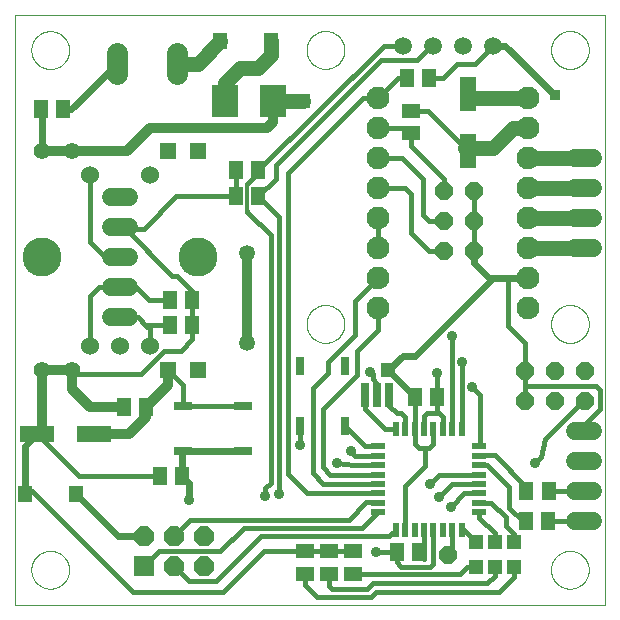
<source format=gtl>
G75*
%MOIN*%
%OFA0B0*%
%FSLAX25Y25*%
%IPPOS*%
%LPD*%
%AMOC8*
5,1,8,0,0,1.08239X$1,22.5*
%
%ADD10C,0.00000*%
%ADD11R,0.05118X0.05906*%
%ADD12R,0.11811X0.05512*%
%ADD13R,0.05512X0.11811*%
%ADD14R,0.05000X0.05787*%
%ADD15C,0.06000*%
%ADD16R,0.09000X0.11000*%
%ADD17R,0.06600X0.06600*%
%ADD18OC8,0.06600*%
%ADD19OC8,0.06000*%
%ADD20R,0.04724X0.04724*%
%ADD21C,0.07050*%
%ADD22R,0.05118X0.06299*%
%ADD23R,0.06299X0.05118*%
%ADD24R,0.03000X0.06000*%
%ADD25R,0.06000X0.03000*%
%ADD26C,0.06000*%
%ADD27C,0.13000*%
%ADD28C,0.07600*%
%ADD29R,0.05906X0.00394*%
%ADD30R,0.07087X0.00394*%
%ADD31R,0.06693X0.00394*%
%ADD32R,0.06299X0.00394*%
%ADD33R,0.05512X0.00394*%
%ADD34R,0.05118X0.00394*%
%ADD35R,0.04331X0.00394*%
%ADD36R,0.01575X0.00394*%
%ADD37R,0.08661X0.00394*%
%ADD38R,0.12992X0.00394*%
%ADD39R,0.14961X0.00394*%
%ADD40R,0.01181X0.00394*%
%ADD41R,0.13780X0.00394*%
%ADD42R,0.14173X0.00394*%
%ADD43R,0.14567X0.00394*%
%ADD44R,0.13386X0.00394*%
%ADD45R,0.12205X0.00394*%
%ADD46R,0.11417X0.00394*%
%ADD47R,0.10630X0.00394*%
%ADD48R,0.09843X0.00394*%
%ADD49R,0.09055X0.00394*%
%ADD50R,0.01969X0.00394*%
%ADD51R,0.07480X0.00394*%
%ADD52R,0.04724X0.00394*%
%ADD53R,0.05543X0.05543*%
%ADD54C,0.05543*%
%ADD55C,0.05937*%
%ADD56R,0.02200X0.05000*%
%ADD57R,0.05000X0.02200*%
%ADD58R,0.02756X0.07874*%
%ADD59C,0.01600*%
%ADD60C,0.02400*%
%ADD61R,0.03562X0.03562*%
%ADD62C,0.03200*%
%ADD63C,0.05000*%
%ADD64C,0.03562*%
%ADD65C,0.05315*%
%ADD66C,0.01200*%
D10*
X0002600Y0002600D02*
X0002600Y0199450D01*
X0199450Y0199450D01*
X0199450Y0002600D01*
X0002600Y0002600D01*
X0008112Y0014411D02*
X0008114Y0014569D01*
X0008120Y0014727D01*
X0008130Y0014885D01*
X0008144Y0015043D01*
X0008162Y0015200D01*
X0008183Y0015357D01*
X0008209Y0015513D01*
X0008239Y0015669D01*
X0008272Y0015824D01*
X0008310Y0015977D01*
X0008351Y0016130D01*
X0008396Y0016282D01*
X0008445Y0016433D01*
X0008498Y0016582D01*
X0008554Y0016730D01*
X0008614Y0016876D01*
X0008678Y0017021D01*
X0008746Y0017164D01*
X0008817Y0017306D01*
X0008891Y0017446D01*
X0008969Y0017583D01*
X0009051Y0017719D01*
X0009135Y0017853D01*
X0009224Y0017984D01*
X0009315Y0018113D01*
X0009410Y0018240D01*
X0009507Y0018365D01*
X0009608Y0018487D01*
X0009712Y0018606D01*
X0009819Y0018723D01*
X0009929Y0018837D01*
X0010042Y0018948D01*
X0010157Y0019057D01*
X0010275Y0019162D01*
X0010396Y0019264D01*
X0010519Y0019364D01*
X0010645Y0019460D01*
X0010773Y0019553D01*
X0010903Y0019643D01*
X0011036Y0019729D01*
X0011171Y0019813D01*
X0011307Y0019892D01*
X0011446Y0019969D01*
X0011587Y0020041D01*
X0011729Y0020111D01*
X0011873Y0020176D01*
X0012019Y0020238D01*
X0012166Y0020296D01*
X0012315Y0020351D01*
X0012465Y0020402D01*
X0012616Y0020449D01*
X0012768Y0020492D01*
X0012921Y0020531D01*
X0013076Y0020567D01*
X0013231Y0020598D01*
X0013387Y0020626D01*
X0013543Y0020650D01*
X0013700Y0020670D01*
X0013858Y0020686D01*
X0014015Y0020698D01*
X0014174Y0020706D01*
X0014332Y0020710D01*
X0014490Y0020710D01*
X0014648Y0020706D01*
X0014807Y0020698D01*
X0014964Y0020686D01*
X0015122Y0020670D01*
X0015279Y0020650D01*
X0015435Y0020626D01*
X0015591Y0020598D01*
X0015746Y0020567D01*
X0015901Y0020531D01*
X0016054Y0020492D01*
X0016206Y0020449D01*
X0016357Y0020402D01*
X0016507Y0020351D01*
X0016656Y0020296D01*
X0016803Y0020238D01*
X0016949Y0020176D01*
X0017093Y0020111D01*
X0017235Y0020041D01*
X0017376Y0019969D01*
X0017515Y0019892D01*
X0017651Y0019813D01*
X0017786Y0019729D01*
X0017919Y0019643D01*
X0018049Y0019553D01*
X0018177Y0019460D01*
X0018303Y0019364D01*
X0018426Y0019264D01*
X0018547Y0019162D01*
X0018665Y0019057D01*
X0018780Y0018948D01*
X0018893Y0018837D01*
X0019003Y0018723D01*
X0019110Y0018606D01*
X0019214Y0018487D01*
X0019315Y0018365D01*
X0019412Y0018240D01*
X0019507Y0018113D01*
X0019598Y0017984D01*
X0019687Y0017853D01*
X0019771Y0017719D01*
X0019853Y0017583D01*
X0019931Y0017446D01*
X0020005Y0017306D01*
X0020076Y0017164D01*
X0020144Y0017021D01*
X0020208Y0016876D01*
X0020268Y0016730D01*
X0020324Y0016582D01*
X0020377Y0016433D01*
X0020426Y0016282D01*
X0020471Y0016130D01*
X0020512Y0015977D01*
X0020550Y0015824D01*
X0020583Y0015669D01*
X0020613Y0015513D01*
X0020639Y0015357D01*
X0020660Y0015200D01*
X0020678Y0015043D01*
X0020692Y0014885D01*
X0020702Y0014727D01*
X0020708Y0014569D01*
X0020710Y0014411D01*
X0020708Y0014253D01*
X0020702Y0014095D01*
X0020692Y0013937D01*
X0020678Y0013779D01*
X0020660Y0013622D01*
X0020639Y0013465D01*
X0020613Y0013309D01*
X0020583Y0013153D01*
X0020550Y0012998D01*
X0020512Y0012845D01*
X0020471Y0012692D01*
X0020426Y0012540D01*
X0020377Y0012389D01*
X0020324Y0012240D01*
X0020268Y0012092D01*
X0020208Y0011946D01*
X0020144Y0011801D01*
X0020076Y0011658D01*
X0020005Y0011516D01*
X0019931Y0011376D01*
X0019853Y0011239D01*
X0019771Y0011103D01*
X0019687Y0010969D01*
X0019598Y0010838D01*
X0019507Y0010709D01*
X0019412Y0010582D01*
X0019315Y0010457D01*
X0019214Y0010335D01*
X0019110Y0010216D01*
X0019003Y0010099D01*
X0018893Y0009985D01*
X0018780Y0009874D01*
X0018665Y0009765D01*
X0018547Y0009660D01*
X0018426Y0009558D01*
X0018303Y0009458D01*
X0018177Y0009362D01*
X0018049Y0009269D01*
X0017919Y0009179D01*
X0017786Y0009093D01*
X0017651Y0009009D01*
X0017515Y0008930D01*
X0017376Y0008853D01*
X0017235Y0008781D01*
X0017093Y0008711D01*
X0016949Y0008646D01*
X0016803Y0008584D01*
X0016656Y0008526D01*
X0016507Y0008471D01*
X0016357Y0008420D01*
X0016206Y0008373D01*
X0016054Y0008330D01*
X0015901Y0008291D01*
X0015746Y0008255D01*
X0015591Y0008224D01*
X0015435Y0008196D01*
X0015279Y0008172D01*
X0015122Y0008152D01*
X0014964Y0008136D01*
X0014807Y0008124D01*
X0014648Y0008116D01*
X0014490Y0008112D01*
X0014332Y0008112D01*
X0014174Y0008116D01*
X0014015Y0008124D01*
X0013858Y0008136D01*
X0013700Y0008152D01*
X0013543Y0008172D01*
X0013387Y0008196D01*
X0013231Y0008224D01*
X0013076Y0008255D01*
X0012921Y0008291D01*
X0012768Y0008330D01*
X0012616Y0008373D01*
X0012465Y0008420D01*
X0012315Y0008471D01*
X0012166Y0008526D01*
X0012019Y0008584D01*
X0011873Y0008646D01*
X0011729Y0008711D01*
X0011587Y0008781D01*
X0011446Y0008853D01*
X0011307Y0008930D01*
X0011171Y0009009D01*
X0011036Y0009093D01*
X0010903Y0009179D01*
X0010773Y0009269D01*
X0010645Y0009362D01*
X0010519Y0009458D01*
X0010396Y0009558D01*
X0010275Y0009660D01*
X0010157Y0009765D01*
X0010042Y0009874D01*
X0009929Y0009985D01*
X0009819Y0010099D01*
X0009712Y0010216D01*
X0009608Y0010335D01*
X0009507Y0010457D01*
X0009410Y0010582D01*
X0009315Y0010709D01*
X0009224Y0010838D01*
X0009135Y0010969D01*
X0009051Y0011103D01*
X0008969Y0011239D01*
X0008891Y0011376D01*
X0008817Y0011516D01*
X0008746Y0011658D01*
X0008678Y0011801D01*
X0008614Y0011946D01*
X0008554Y0012092D01*
X0008498Y0012240D01*
X0008445Y0012389D01*
X0008396Y0012540D01*
X0008351Y0012692D01*
X0008310Y0012845D01*
X0008272Y0012998D01*
X0008239Y0013153D01*
X0008209Y0013309D01*
X0008183Y0013465D01*
X0008162Y0013622D01*
X0008144Y0013779D01*
X0008130Y0013937D01*
X0008120Y0014095D01*
X0008114Y0014253D01*
X0008112Y0014411D01*
X0099868Y0096356D02*
X0099870Y0096514D01*
X0099876Y0096672D01*
X0099886Y0096830D01*
X0099900Y0096988D01*
X0099918Y0097145D01*
X0099939Y0097302D01*
X0099965Y0097458D01*
X0099995Y0097614D01*
X0100028Y0097769D01*
X0100066Y0097922D01*
X0100107Y0098075D01*
X0100152Y0098227D01*
X0100201Y0098378D01*
X0100254Y0098527D01*
X0100310Y0098675D01*
X0100370Y0098821D01*
X0100434Y0098966D01*
X0100502Y0099109D01*
X0100573Y0099251D01*
X0100647Y0099391D01*
X0100725Y0099528D01*
X0100807Y0099664D01*
X0100891Y0099798D01*
X0100980Y0099929D01*
X0101071Y0100058D01*
X0101166Y0100185D01*
X0101263Y0100310D01*
X0101364Y0100432D01*
X0101468Y0100551D01*
X0101575Y0100668D01*
X0101685Y0100782D01*
X0101798Y0100893D01*
X0101913Y0101002D01*
X0102031Y0101107D01*
X0102152Y0101209D01*
X0102275Y0101309D01*
X0102401Y0101405D01*
X0102529Y0101498D01*
X0102659Y0101588D01*
X0102792Y0101674D01*
X0102927Y0101758D01*
X0103063Y0101837D01*
X0103202Y0101914D01*
X0103343Y0101986D01*
X0103485Y0102056D01*
X0103629Y0102121D01*
X0103775Y0102183D01*
X0103922Y0102241D01*
X0104071Y0102296D01*
X0104221Y0102347D01*
X0104372Y0102394D01*
X0104524Y0102437D01*
X0104677Y0102476D01*
X0104832Y0102512D01*
X0104987Y0102543D01*
X0105143Y0102571D01*
X0105299Y0102595D01*
X0105456Y0102615D01*
X0105614Y0102631D01*
X0105771Y0102643D01*
X0105930Y0102651D01*
X0106088Y0102655D01*
X0106246Y0102655D01*
X0106404Y0102651D01*
X0106563Y0102643D01*
X0106720Y0102631D01*
X0106878Y0102615D01*
X0107035Y0102595D01*
X0107191Y0102571D01*
X0107347Y0102543D01*
X0107502Y0102512D01*
X0107657Y0102476D01*
X0107810Y0102437D01*
X0107962Y0102394D01*
X0108113Y0102347D01*
X0108263Y0102296D01*
X0108412Y0102241D01*
X0108559Y0102183D01*
X0108705Y0102121D01*
X0108849Y0102056D01*
X0108991Y0101986D01*
X0109132Y0101914D01*
X0109271Y0101837D01*
X0109407Y0101758D01*
X0109542Y0101674D01*
X0109675Y0101588D01*
X0109805Y0101498D01*
X0109933Y0101405D01*
X0110059Y0101309D01*
X0110182Y0101209D01*
X0110303Y0101107D01*
X0110421Y0101002D01*
X0110536Y0100893D01*
X0110649Y0100782D01*
X0110759Y0100668D01*
X0110866Y0100551D01*
X0110970Y0100432D01*
X0111071Y0100310D01*
X0111168Y0100185D01*
X0111263Y0100058D01*
X0111354Y0099929D01*
X0111443Y0099798D01*
X0111527Y0099664D01*
X0111609Y0099528D01*
X0111687Y0099391D01*
X0111761Y0099251D01*
X0111832Y0099109D01*
X0111900Y0098966D01*
X0111964Y0098821D01*
X0112024Y0098675D01*
X0112080Y0098527D01*
X0112133Y0098378D01*
X0112182Y0098227D01*
X0112227Y0098075D01*
X0112268Y0097922D01*
X0112306Y0097769D01*
X0112339Y0097614D01*
X0112369Y0097458D01*
X0112395Y0097302D01*
X0112416Y0097145D01*
X0112434Y0096988D01*
X0112448Y0096830D01*
X0112458Y0096672D01*
X0112464Y0096514D01*
X0112466Y0096356D01*
X0112464Y0096198D01*
X0112458Y0096040D01*
X0112448Y0095882D01*
X0112434Y0095724D01*
X0112416Y0095567D01*
X0112395Y0095410D01*
X0112369Y0095254D01*
X0112339Y0095098D01*
X0112306Y0094943D01*
X0112268Y0094790D01*
X0112227Y0094637D01*
X0112182Y0094485D01*
X0112133Y0094334D01*
X0112080Y0094185D01*
X0112024Y0094037D01*
X0111964Y0093891D01*
X0111900Y0093746D01*
X0111832Y0093603D01*
X0111761Y0093461D01*
X0111687Y0093321D01*
X0111609Y0093184D01*
X0111527Y0093048D01*
X0111443Y0092914D01*
X0111354Y0092783D01*
X0111263Y0092654D01*
X0111168Y0092527D01*
X0111071Y0092402D01*
X0110970Y0092280D01*
X0110866Y0092161D01*
X0110759Y0092044D01*
X0110649Y0091930D01*
X0110536Y0091819D01*
X0110421Y0091710D01*
X0110303Y0091605D01*
X0110182Y0091503D01*
X0110059Y0091403D01*
X0109933Y0091307D01*
X0109805Y0091214D01*
X0109675Y0091124D01*
X0109542Y0091038D01*
X0109407Y0090954D01*
X0109271Y0090875D01*
X0109132Y0090798D01*
X0108991Y0090726D01*
X0108849Y0090656D01*
X0108705Y0090591D01*
X0108559Y0090529D01*
X0108412Y0090471D01*
X0108263Y0090416D01*
X0108113Y0090365D01*
X0107962Y0090318D01*
X0107810Y0090275D01*
X0107657Y0090236D01*
X0107502Y0090200D01*
X0107347Y0090169D01*
X0107191Y0090141D01*
X0107035Y0090117D01*
X0106878Y0090097D01*
X0106720Y0090081D01*
X0106563Y0090069D01*
X0106404Y0090061D01*
X0106246Y0090057D01*
X0106088Y0090057D01*
X0105930Y0090061D01*
X0105771Y0090069D01*
X0105614Y0090081D01*
X0105456Y0090097D01*
X0105299Y0090117D01*
X0105143Y0090141D01*
X0104987Y0090169D01*
X0104832Y0090200D01*
X0104677Y0090236D01*
X0104524Y0090275D01*
X0104372Y0090318D01*
X0104221Y0090365D01*
X0104071Y0090416D01*
X0103922Y0090471D01*
X0103775Y0090529D01*
X0103629Y0090591D01*
X0103485Y0090656D01*
X0103343Y0090726D01*
X0103202Y0090798D01*
X0103063Y0090875D01*
X0102927Y0090954D01*
X0102792Y0091038D01*
X0102659Y0091124D01*
X0102529Y0091214D01*
X0102401Y0091307D01*
X0102275Y0091403D01*
X0102152Y0091503D01*
X0102031Y0091605D01*
X0101913Y0091710D01*
X0101798Y0091819D01*
X0101685Y0091930D01*
X0101575Y0092044D01*
X0101468Y0092161D01*
X0101364Y0092280D01*
X0101263Y0092402D01*
X0101166Y0092527D01*
X0101071Y0092654D01*
X0100980Y0092783D01*
X0100891Y0092914D01*
X0100807Y0093048D01*
X0100725Y0093184D01*
X0100647Y0093321D01*
X0100573Y0093461D01*
X0100502Y0093603D01*
X0100434Y0093746D01*
X0100370Y0093891D01*
X0100310Y0094037D01*
X0100254Y0094185D01*
X0100201Y0094334D01*
X0100152Y0094485D01*
X0100107Y0094637D01*
X0100066Y0094790D01*
X0100028Y0094943D01*
X0099995Y0095098D01*
X0099965Y0095254D01*
X0099939Y0095410D01*
X0099918Y0095567D01*
X0099900Y0095724D01*
X0099886Y0095882D01*
X0099876Y0096040D01*
X0099870Y0096198D01*
X0099868Y0096356D01*
X0181364Y0096356D02*
X0181366Y0096514D01*
X0181372Y0096672D01*
X0181382Y0096830D01*
X0181396Y0096988D01*
X0181414Y0097145D01*
X0181435Y0097302D01*
X0181461Y0097458D01*
X0181491Y0097614D01*
X0181524Y0097769D01*
X0181562Y0097922D01*
X0181603Y0098075D01*
X0181648Y0098227D01*
X0181697Y0098378D01*
X0181750Y0098527D01*
X0181806Y0098675D01*
X0181866Y0098821D01*
X0181930Y0098966D01*
X0181998Y0099109D01*
X0182069Y0099251D01*
X0182143Y0099391D01*
X0182221Y0099528D01*
X0182303Y0099664D01*
X0182387Y0099798D01*
X0182476Y0099929D01*
X0182567Y0100058D01*
X0182662Y0100185D01*
X0182759Y0100310D01*
X0182860Y0100432D01*
X0182964Y0100551D01*
X0183071Y0100668D01*
X0183181Y0100782D01*
X0183294Y0100893D01*
X0183409Y0101002D01*
X0183527Y0101107D01*
X0183648Y0101209D01*
X0183771Y0101309D01*
X0183897Y0101405D01*
X0184025Y0101498D01*
X0184155Y0101588D01*
X0184288Y0101674D01*
X0184423Y0101758D01*
X0184559Y0101837D01*
X0184698Y0101914D01*
X0184839Y0101986D01*
X0184981Y0102056D01*
X0185125Y0102121D01*
X0185271Y0102183D01*
X0185418Y0102241D01*
X0185567Y0102296D01*
X0185717Y0102347D01*
X0185868Y0102394D01*
X0186020Y0102437D01*
X0186173Y0102476D01*
X0186328Y0102512D01*
X0186483Y0102543D01*
X0186639Y0102571D01*
X0186795Y0102595D01*
X0186952Y0102615D01*
X0187110Y0102631D01*
X0187267Y0102643D01*
X0187426Y0102651D01*
X0187584Y0102655D01*
X0187742Y0102655D01*
X0187900Y0102651D01*
X0188059Y0102643D01*
X0188216Y0102631D01*
X0188374Y0102615D01*
X0188531Y0102595D01*
X0188687Y0102571D01*
X0188843Y0102543D01*
X0188998Y0102512D01*
X0189153Y0102476D01*
X0189306Y0102437D01*
X0189458Y0102394D01*
X0189609Y0102347D01*
X0189759Y0102296D01*
X0189908Y0102241D01*
X0190055Y0102183D01*
X0190201Y0102121D01*
X0190345Y0102056D01*
X0190487Y0101986D01*
X0190628Y0101914D01*
X0190767Y0101837D01*
X0190903Y0101758D01*
X0191038Y0101674D01*
X0191171Y0101588D01*
X0191301Y0101498D01*
X0191429Y0101405D01*
X0191555Y0101309D01*
X0191678Y0101209D01*
X0191799Y0101107D01*
X0191917Y0101002D01*
X0192032Y0100893D01*
X0192145Y0100782D01*
X0192255Y0100668D01*
X0192362Y0100551D01*
X0192466Y0100432D01*
X0192567Y0100310D01*
X0192664Y0100185D01*
X0192759Y0100058D01*
X0192850Y0099929D01*
X0192939Y0099798D01*
X0193023Y0099664D01*
X0193105Y0099528D01*
X0193183Y0099391D01*
X0193257Y0099251D01*
X0193328Y0099109D01*
X0193396Y0098966D01*
X0193460Y0098821D01*
X0193520Y0098675D01*
X0193576Y0098527D01*
X0193629Y0098378D01*
X0193678Y0098227D01*
X0193723Y0098075D01*
X0193764Y0097922D01*
X0193802Y0097769D01*
X0193835Y0097614D01*
X0193865Y0097458D01*
X0193891Y0097302D01*
X0193912Y0097145D01*
X0193930Y0096988D01*
X0193944Y0096830D01*
X0193954Y0096672D01*
X0193960Y0096514D01*
X0193962Y0096356D01*
X0193960Y0096198D01*
X0193954Y0096040D01*
X0193944Y0095882D01*
X0193930Y0095724D01*
X0193912Y0095567D01*
X0193891Y0095410D01*
X0193865Y0095254D01*
X0193835Y0095098D01*
X0193802Y0094943D01*
X0193764Y0094790D01*
X0193723Y0094637D01*
X0193678Y0094485D01*
X0193629Y0094334D01*
X0193576Y0094185D01*
X0193520Y0094037D01*
X0193460Y0093891D01*
X0193396Y0093746D01*
X0193328Y0093603D01*
X0193257Y0093461D01*
X0193183Y0093321D01*
X0193105Y0093184D01*
X0193023Y0093048D01*
X0192939Y0092914D01*
X0192850Y0092783D01*
X0192759Y0092654D01*
X0192664Y0092527D01*
X0192567Y0092402D01*
X0192466Y0092280D01*
X0192362Y0092161D01*
X0192255Y0092044D01*
X0192145Y0091930D01*
X0192032Y0091819D01*
X0191917Y0091710D01*
X0191799Y0091605D01*
X0191678Y0091503D01*
X0191555Y0091403D01*
X0191429Y0091307D01*
X0191301Y0091214D01*
X0191171Y0091124D01*
X0191038Y0091038D01*
X0190903Y0090954D01*
X0190767Y0090875D01*
X0190628Y0090798D01*
X0190487Y0090726D01*
X0190345Y0090656D01*
X0190201Y0090591D01*
X0190055Y0090529D01*
X0189908Y0090471D01*
X0189759Y0090416D01*
X0189609Y0090365D01*
X0189458Y0090318D01*
X0189306Y0090275D01*
X0189153Y0090236D01*
X0188998Y0090200D01*
X0188843Y0090169D01*
X0188687Y0090141D01*
X0188531Y0090117D01*
X0188374Y0090097D01*
X0188216Y0090081D01*
X0188059Y0090069D01*
X0187900Y0090061D01*
X0187742Y0090057D01*
X0187584Y0090057D01*
X0187426Y0090061D01*
X0187267Y0090069D01*
X0187110Y0090081D01*
X0186952Y0090097D01*
X0186795Y0090117D01*
X0186639Y0090141D01*
X0186483Y0090169D01*
X0186328Y0090200D01*
X0186173Y0090236D01*
X0186020Y0090275D01*
X0185868Y0090318D01*
X0185717Y0090365D01*
X0185567Y0090416D01*
X0185418Y0090471D01*
X0185271Y0090529D01*
X0185125Y0090591D01*
X0184981Y0090656D01*
X0184839Y0090726D01*
X0184698Y0090798D01*
X0184559Y0090875D01*
X0184423Y0090954D01*
X0184288Y0091038D01*
X0184155Y0091124D01*
X0184025Y0091214D01*
X0183897Y0091307D01*
X0183771Y0091403D01*
X0183648Y0091503D01*
X0183527Y0091605D01*
X0183409Y0091710D01*
X0183294Y0091819D01*
X0183181Y0091930D01*
X0183071Y0092044D01*
X0182964Y0092161D01*
X0182860Y0092280D01*
X0182759Y0092402D01*
X0182662Y0092527D01*
X0182567Y0092654D01*
X0182476Y0092783D01*
X0182387Y0092914D01*
X0182303Y0093048D01*
X0182221Y0093184D01*
X0182143Y0093321D01*
X0182069Y0093461D01*
X0181998Y0093603D01*
X0181930Y0093746D01*
X0181866Y0093891D01*
X0181806Y0094037D01*
X0181750Y0094185D01*
X0181697Y0094334D01*
X0181648Y0094485D01*
X0181603Y0094637D01*
X0181562Y0094790D01*
X0181524Y0094943D01*
X0181491Y0095098D01*
X0181461Y0095254D01*
X0181435Y0095410D01*
X0181414Y0095567D01*
X0181396Y0095724D01*
X0181382Y0095882D01*
X0181372Y0096040D01*
X0181366Y0096198D01*
X0181364Y0096356D01*
X0181340Y0014411D02*
X0181342Y0014569D01*
X0181348Y0014727D01*
X0181358Y0014885D01*
X0181372Y0015043D01*
X0181390Y0015200D01*
X0181411Y0015357D01*
X0181437Y0015513D01*
X0181467Y0015669D01*
X0181500Y0015824D01*
X0181538Y0015977D01*
X0181579Y0016130D01*
X0181624Y0016282D01*
X0181673Y0016433D01*
X0181726Y0016582D01*
X0181782Y0016730D01*
X0181842Y0016876D01*
X0181906Y0017021D01*
X0181974Y0017164D01*
X0182045Y0017306D01*
X0182119Y0017446D01*
X0182197Y0017583D01*
X0182279Y0017719D01*
X0182363Y0017853D01*
X0182452Y0017984D01*
X0182543Y0018113D01*
X0182638Y0018240D01*
X0182735Y0018365D01*
X0182836Y0018487D01*
X0182940Y0018606D01*
X0183047Y0018723D01*
X0183157Y0018837D01*
X0183270Y0018948D01*
X0183385Y0019057D01*
X0183503Y0019162D01*
X0183624Y0019264D01*
X0183747Y0019364D01*
X0183873Y0019460D01*
X0184001Y0019553D01*
X0184131Y0019643D01*
X0184264Y0019729D01*
X0184399Y0019813D01*
X0184535Y0019892D01*
X0184674Y0019969D01*
X0184815Y0020041D01*
X0184957Y0020111D01*
X0185101Y0020176D01*
X0185247Y0020238D01*
X0185394Y0020296D01*
X0185543Y0020351D01*
X0185693Y0020402D01*
X0185844Y0020449D01*
X0185996Y0020492D01*
X0186149Y0020531D01*
X0186304Y0020567D01*
X0186459Y0020598D01*
X0186615Y0020626D01*
X0186771Y0020650D01*
X0186928Y0020670D01*
X0187086Y0020686D01*
X0187243Y0020698D01*
X0187402Y0020706D01*
X0187560Y0020710D01*
X0187718Y0020710D01*
X0187876Y0020706D01*
X0188035Y0020698D01*
X0188192Y0020686D01*
X0188350Y0020670D01*
X0188507Y0020650D01*
X0188663Y0020626D01*
X0188819Y0020598D01*
X0188974Y0020567D01*
X0189129Y0020531D01*
X0189282Y0020492D01*
X0189434Y0020449D01*
X0189585Y0020402D01*
X0189735Y0020351D01*
X0189884Y0020296D01*
X0190031Y0020238D01*
X0190177Y0020176D01*
X0190321Y0020111D01*
X0190463Y0020041D01*
X0190604Y0019969D01*
X0190743Y0019892D01*
X0190879Y0019813D01*
X0191014Y0019729D01*
X0191147Y0019643D01*
X0191277Y0019553D01*
X0191405Y0019460D01*
X0191531Y0019364D01*
X0191654Y0019264D01*
X0191775Y0019162D01*
X0191893Y0019057D01*
X0192008Y0018948D01*
X0192121Y0018837D01*
X0192231Y0018723D01*
X0192338Y0018606D01*
X0192442Y0018487D01*
X0192543Y0018365D01*
X0192640Y0018240D01*
X0192735Y0018113D01*
X0192826Y0017984D01*
X0192915Y0017853D01*
X0192999Y0017719D01*
X0193081Y0017583D01*
X0193159Y0017446D01*
X0193233Y0017306D01*
X0193304Y0017164D01*
X0193372Y0017021D01*
X0193436Y0016876D01*
X0193496Y0016730D01*
X0193552Y0016582D01*
X0193605Y0016433D01*
X0193654Y0016282D01*
X0193699Y0016130D01*
X0193740Y0015977D01*
X0193778Y0015824D01*
X0193811Y0015669D01*
X0193841Y0015513D01*
X0193867Y0015357D01*
X0193888Y0015200D01*
X0193906Y0015043D01*
X0193920Y0014885D01*
X0193930Y0014727D01*
X0193936Y0014569D01*
X0193938Y0014411D01*
X0193936Y0014253D01*
X0193930Y0014095D01*
X0193920Y0013937D01*
X0193906Y0013779D01*
X0193888Y0013622D01*
X0193867Y0013465D01*
X0193841Y0013309D01*
X0193811Y0013153D01*
X0193778Y0012998D01*
X0193740Y0012845D01*
X0193699Y0012692D01*
X0193654Y0012540D01*
X0193605Y0012389D01*
X0193552Y0012240D01*
X0193496Y0012092D01*
X0193436Y0011946D01*
X0193372Y0011801D01*
X0193304Y0011658D01*
X0193233Y0011516D01*
X0193159Y0011376D01*
X0193081Y0011239D01*
X0192999Y0011103D01*
X0192915Y0010969D01*
X0192826Y0010838D01*
X0192735Y0010709D01*
X0192640Y0010582D01*
X0192543Y0010457D01*
X0192442Y0010335D01*
X0192338Y0010216D01*
X0192231Y0010099D01*
X0192121Y0009985D01*
X0192008Y0009874D01*
X0191893Y0009765D01*
X0191775Y0009660D01*
X0191654Y0009558D01*
X0191531Y0009458D01*
X0191405Y0009362D01*
X0191277Y0009269D01*
X0191147Y0009179D01*
X0191014Y0009093D01*
X0190879Y0009009D01*
X0190743Y0008930D01*
X0190604Y0008853D01*
X0190463Y0008781D01*
X0190321Y0008711D01*
X0190177Y0008646D01*
X0190031Y0008584D01*
X0189884Y0008526D01*
X0189735Y0008471D01*
X0189585Y0008420D01*
X0189434Y0008373D01*
X0189282Y0008330D01*
X0189129Y0008291D01*
X0188974Y0008255D01*
X0188819Y0008224D01*
X0188663Y0008196D01*
X0188507Y0008172D01*
X0188350Y0008152D01*
X0188192Y0008136D01*
X0188035Y0008124D01*
X0187876Y0008116D01*
X0187718Y0008112D01*
X0187560Y0008112D01*
X0187402Y0008116D01*
X0187243Y0008124D01*
X0187086Y0008136D01*
X0186928Y0008152D01*
X0186771Y0008172D01*
X0186615Y0008196D01*
X0186459Y0008224D01*
X0186304Y0008255D01*
X0186149Y0008291D01*
X0185996Y0008330D01*
X0185844Y0008373D01*
X0185693Y0008420D01*
X0185543Y0008471D01*
X0185394Y0008526D01*
X0185247Y0008584D01*
X0185101Y0008646D01*
X0184957Y0008711D01*
X0184815Y0008781D01*
X0184674Y0008853D01*
X0184535Y0008930D01*
X0184399Y0009009D01*
X0184264Y0009093D01*
X0184131Y0009179D01*
X0184001Y0009269D01*
X0183873Y0009362D01*
X0183747Y0009458D01*
X0183624Y0009558D01*
X0183503Y0009660D01*
X0183385Y0009765D01*
X0183270Y0009874D01*
X0183157Y0009985D01*
X0183047Y0010099D01*
X0182940Y0010216D01*
X0182836Y0010335D01*
X0182735Y0010457D01*
X0182638Y0010582D01*
X0182543Y0010709D01*
X0182452Y0010838D01*
X0182363Y0010969D01*
X0182279Y0011103D01*
X0182197Y0011239D01*
X0182119Y0011376D01*
X0182045Y0011516D01*
X0181974Y0011658D01*
X0181906Y0011801D01*
X0181842Y0011946D01*
X0181782Y0012092D01*
X0181726Y0012240D01*
X0181673Y0012389D01*
X0181624Y0012540D01*
X0181579Y0012692D01*
X0181538Y0012845D01*
X0181500Y0012998D01*
X0181467Y0013153D01*
X0181437Y0013309D01*
X0181411Y0013465D01*
X0181390Y0013622D01*
X0181372Y0013779D01*
X0181358Y0013937D01*
X0181348Y0014095D01*
X0181342Y0014253D01*
X0181340Y0014411D01*
X0181364Y0187694D02*
X0181366Y0187852D01*
X0181372Y0188010D01*
X0181382Y0188168D01*
X0181396Y0188326D01*
X0181414Y0188483D01*
X0181435Y0188640D01*
X0181461Y0188796D01*
X0181491Y0188952D01*
X0181524Y0189107D01*
X0181562Y0189260D01*
X0181603Y0189413D01*
X0181648Y0189565D01*
X0181697Y0189716D01*
X0181750Y0189865D01*
X0181806Y0190013D01*
X0181866Y0190159D01*
X0181930Y0190304D01*
X0181998Y0190447D01*
X0182069Y0190589D01*
X0182143Y0190729D01*
X0182221Y0190866D01*
X0182303Y0191002D01*
X0182387Y0191136D01*
X0182476Y0191267D01*
X0182567Y0191396D01*
X0182662Y0191523D01*
X0182759Y0191648D01*
X0182860Y0191770D01*
X0182964Y0191889D01*
X0183071Y0192006D01*
X0183181Y0192120D01*
X0183294Y0192231D01*
X0183409Y0192340D01*
X0183527Y0192445D01*
X0183648Y0192547D01*
X0183771Y0192647D01*
X0183897Y0192743D01*
X0184025Y0192836D01*
X0184155Y0192926D01*
X0184288Y0193012D01*
X0184423Y0193096D01*
X0184559Y0193175D01*
X0184698Y0193252D01*
X0184839Y0193324D01*
X0184981Y0193394D01*
X0185125Y0193459D01*
X0185271Y0193521D01*
X0185418Y0193579D01*
X0185567Y0193634D01*
X0185717Y0193685D01*
X0185868Y0193732D01*
X0186020Y0193775D01*
X0186173Y0193814D01*
X0186328Y0193850D01*
X0186483Y0193881D01*
X0186639Y0193909D01*
X0186795Y0193933D01*
X0186952Y0193953D01*
X0187110Y0193969D01*
X0187267Y0193981D01*
X0187426Y0193989D01*
X0187584Y0193993D01*
X0187742Y0193993D01*
X0187900Y0193989D01*
X0188059Y0193981D01*
X0188216Y0193969D01*
X0188374Y0193953D01*
X0188531Y0193933D01*
X0188687Y0193909D01*
X0188843Y0193881D01*
X0188998Y0193850D01*
X0189153Y0193814D01*
X0189306Y0193775D01*
X0189458Y0193732D01*
X0189609Y0193685D01*
X0189759Y0193634D01*
X0189908Y0193579D01*
X0190055Y0193521D01*
X0190201Y0193459D01*
X0190345Y0193394D01*
X0190487Y0193324D01*
X0190628Y0193252D01*
X0190767Y0193175D01*
X0190903Y0193096D01*
X0191038Y0193012D01*
X0191171Y0192926D01*
X0191301Y0192836D01*
X0191429Y0192743D01*
X0191555Y0192647D01*
X0191678Y0192547D01*
X0191799Y0192445D01*
X0191917Y0192340D01*
X0192032Y0192231D01*
X0192145Y0192120D01*
X0192255Y0192006D01*
X0192362Y0191889D01*
X0192466Y0191770D01*
X0192567Y0191648D01*
X0192664Y0191523D01*
X0192759Y0191396D01*
X0192850Y0191267D01*
X0192939Y0191136D01*
X0193023Y0191002D01*
X0193105Y0190866D01*
X0193183Y0190729D01*
X0193257Y0190589D01*
X0193328Y0190447D01*
X0193396Y0190304D01*
X0193460Y0190159D01*
X0193520Y0190013D01*
X0193576Y0189865D01*
X0193629Y0189716D01*
X0193678Y0189565D01*
X0193723Y0189413D01*
X0193764Y0189260D01*
X0193802Y0189107D01*
X0193835Y0188952D01*
X0193865Y0188796D01*
X0193891Y0188640D01*
X0193912Y0188483D01*
X0193930Y0188326D01*
X0193944Y0188168D01*
X0193954Y0188010D01*
X0193960Y0187852D01*
X0193962Y0187694D01*
X0193960Y0187536D01*
X0193954Y0187378D01*
X0193944Y0187220D01*
X0193930Y0187062D01*
X0193912Y0186905D01*
X0193891Y0186748D01*
X0193865Y0186592D01*
X0193835Y0186436D01*
X0193802Y0186281D01*
X0193764Y0186128D01*
X0193723Y0185975D01*
X0193678Y0185823D01*
X0193629Y0185672D01*
X0193576Y0185523D01*
X0193520Y0185375D01*
X0193460Y0185229D01*
X0193396Y0185084D01*
X0193328Y0184941D01*
X0193257Y0184799D01*
X0193183Y0184659D01*
X0193105Y0184522D01*
X0193023Y0184386D01*
X0192939Y0184252D01*
X0192850Y0184121D01*
X0192759Y0183992D01*
X0192664Y0183865D01*
X0192567Y0183740D01*
X0192466Y0183618D01*
X0192362Y0183499D01*
X0192255Y0183382D01*
X0192145Y0183268D01*
X0192032Y0183157D01*
X0191917Y0183048D01*
X0191799Y0182943D01*
X0191678Y0182841D01*
X0191555Y0182741D01*
X0191429Y0182645D01*
X0191301Y0182552D01*
X0191171Y0182462D01*
X0191038Y0182376D01*
X0190903Y0182292D01*
X0190767Y0182213D01*
X0190628Y0182136D01*
X0190487Y0182064D01*
X0190345Y0181994D01*
X0190201Y0181929D01*
X0190055Y0181867D01*
X0189908Y0181809D01*
X0189759Y0181754D01*
X0189609Y0181703D01*
X0189458Y0181656D01*
X0189306Y0181613D01*
X0189153Y0181574D01*
X0188998Y0181538D01*
X0188843Y0181507D01*
X0188687Y0181479D01*
X0188531Y0181455D01*
X0188374Y0181435D01*
X0188216Y0181419D01*
X0188059Y0181407D01*
X0187900Y0181399D01*
X0187742Y0181395D01*
X0187584Y0181395D01*
X0187426Y0181399D01*
X0187267Y0181407D01*
X0187110Y0181419D01*
X0186952Y0181435D01*
X0186795Y0181455D01*
X0186639Y0181479D01*
X0186483Y0181507D01*
X0186328Y0181538D01*
X0186173Y0181574D01*
X0186020Y0181613D01*
X0185868Y0181656D01*
X0185717Y0181703D01*
X0185567Y0181754D01*
X0185418Y0181809D01*
X0185271Y0181867D01*
X0185125Y0181929D01*
X0184981Y0181994D01*
X0184839Y0182064D01*
X0184698Y0182136D01*
X0184559Y0182213D01*
X0184423Y0182292D01*
X0184288Y0182376D01*
X0184155Y0182462D01*
X0184025Y0182552D01*
X0183897Y0182645D01*
X0183771Y0182741D01*
X0183648Y0182841D01*
X0183527Y0182943D01*
X0183409Y0183048D01*
X0183294Y0183157D01*
X0183181Y0183268D01*
X0183071Y0183382D01*
X0182964Y0183499D01*
X0182860Y0183618D01*
X0182759Y0183740D01*
X0182662Y0183865D01*
X0182567Y0183992D01*
X0182476Y0184121D01*
X0182387Y0184252D01*
X0182303Y0184386D01*
X0182221Y0184522D01*
X0182143Y0184659D01*
X0182069Y0184799D01*
X0181998Y0184941D01*
X0181930Y0185084D01*
X0181866Y0185229D01*
X0181806Y0185375D01*
X0181750Y0185523D01*
X0181697Y0185672D01*
X0181648Y0185823D01*
X0181603Y0185975D01*
X0181562Y0186128D01*
X0181524Y0186281D01*
X0181491Y0186436D01*
X0181461Y0186592D01*
X0181435Y0186748D01*
X0181414Y0186905D01*
X0181396Y0187062D01*
X0181382Y0187220D01*
X0181372Y0187378D01*
X0181366Y0187536D01*
X0181364Y0187694D01*
X0099868Y0187694D02*
X0099870Y0187852D01*
X0099876Y0188010D01*
X0099886Y0188168D01*
X0099900Y0188326D01*
X0099918Y0188483D01*
X0099939Y0188640D01*
X0099965Y0188796D01*
X0099995Y0188952D01*
X0100028Y0189107D01*
X0100066Y0189260D01*
X0100107Y0189413D01*
X0100152Y0189565D01*
X0100201Y0189716D01*
X0100254Y0189865D01*
X0100310Y0190013D01*
X0100370Y0190159D01*
X0100434Y0190304D01*
X0100502Y0190447D01*
X0100573Y0190589D01*
X0100647Y0190729D01*
X0100725Y0190866D01*
X0100807Y0191002D01*
X0100891Y0191136D01*
X0100980Y0191267D01*
X0101071Y0191396D01*
X0101166Y0191523D01*
X0101263Y0191648D01*
X0101364Y0191770D01*
X0101468Y0191889D01*
X0101575Y0192006D01*
X0101685Y0192120D01*
X0101798Y0192231D01*
X0101913Y0192340D01*
X0102031Y0192445D01*
X0102152Y0192547D01*
X0102275Y0192647D01*
X0102401Y0192743D01*
X0102529Y0192836D01*
X0102659Y0192926D01*
X0102792Y0193012D01*
X0102927Y0193096D01*
X0103063Y0193175D01*
X0103202Y0193252D01*
X0103343Y0193324D01*
X0103485Y0193394D01*
X0103629Y0193459D01*
X0103775Y0193521D01*
X0103922Y0193579D01*
X0104071Y0193634D01*
X0104221Y0193685D01*
X0104372Y0193732D01*
X0104524Y0193775D01*
X0104677Y0193814D01*
X0104832Y0193850D01*
X0104987Y0193881D01*
X0105143Y0193909D01*
X0105299Y0193933D01*
X0105456Y0193953D01*
X0105614Y0193969D01*
X0105771Y0193981D01*
X0105930Y0193989D01*
X0106088Y0193993D01*
X0106246Y0193993D01*
X0106404Y0193989D01*
X0106563Y0193981D01*
X0106720Y0193969D01*
X0106878Y0193953D01*
X0107035Y0193933D01*
X0107191Y0193909D01*
X0107347Y0193881D01*
X0107502Y0193850D01*
X0107657Y0193814D01*
X0107810Y0193775D01*
X0107962Y0193732D01*
X0108113Y0193685D01*
X0108263Y0193634D01*
X0108412Y0193579D01*
X0108559Y0193521D01*
X0108705Y0193459D01*
X0108849Y0193394D01*
X0108991Y0193324D01*
X0109132Y0193252D01*
X0109271Y0193175D01*
X0109407Y0193096D01*
X0109542Y0193012D01*
X0109675Y0192926D01*
X0109805Y0192836D01*
X0109933Y0192743D01*
X0110059Y0192647D01*
X0110182Y0192547D01*
X0110303Y0192445D01*
X0110421Y0192340D01*
X0110536Y0192231D01*
X0110649Y0192120D01*
X0110759Y0192006D01*
X0110866Y0191889D01*
X0110970Y0191770D01*
X0111071Y0191648D01*
X0111168Y0191523D01*
X0111263Y0191396D01*
X0111354Y0191267D01*
X0111443Y0191136D01*
X0111527Y0191002D01*
X0111609Y0190866D01*
X0111687Y0190729D01*
X0111761Y0190589D01*
X0111832Y0190447D01*
X0111900Y0190304D01*
X0111964Y0190159D01*
X0112024Y0190013D01*
X0112080Y0189865D01*
X0112133Y0189716D01*
X0112182Y0189565D01*
X0112227Y0189413D01*
X0112268Y0189260D01*
X0112306Y0189107D01*
X0112339Y0188952D01*
X0112369Y0188796D01*
X0112395Y0188640D01*
X0112416Y0188483D01*
X0112434Y0188326D01*
X0112448Y0188168D01*
X0112458Y0188010D01*
X0112464Y0187852D01*
X0112466Y0187694D01*
X0112464Y0187536D01*
X0112458Y0187378D01*
X0112448Y0187220D01*
X0112434Y0187062D01*
X0112416Y0186905D01*
X0112395Y0186748D01*
X0112369Y0186592D01*
X0112339Y0186436D01*
X0112306Y0186281D01*
X0112268Y0186128D01*
X0112227Y0185975D01*
X0112182Y0185823D01*
X0112133Y0185672D01*
X0112080Y0185523D01*
X0112024Y0185375D01*
X0111964Y0185229D01*
X0111900Y0185084D01*
X0111832Y0184941D01*
X0111761Y0184799D01*
X0111687Y0184659D01*
X0111609Y0184522D01*
X0111527Y0184386D01*
X0111443Y0184252D01*
X0111354Y0184121D01*
X0111263Y0183992D01*
X0111168Y0183865D01*
X0111071Y0183740D01*
X0110970Y0183618D01*
X0110866Y0183499D01*
X0110759Y0183382D01*
X0110649Y0183268D01*
X0110536Y0183157D01*
X0110421Y0183048D01*
X0110303Y0182943D01*
X0110182Y0182841D01*
X0110059Y0182741D01*
X0109933Y0182645D01*
X0109805Y0182552D01*
X0109675Y0182462D01*
X0109542Y0182376D01*
X0109407Y0182292D01*
X0109271Y0182213D01*
X0109132Y0182136D01*
X0108991Y0182064D01*
X0108849Y0181994D01*
X0108705Y0181929D01*
X0108559Y0181867D01*
X0108412Y0181809D01*
X0108263Y0181754D01*
X0108113Y0181703D01*
X0107962Y0181656D01*
X0107810Y0181613D01*
X0107657Y0181574D01*
X0107502Y0181538D01*
X0107347Y0181507D01*
X0107191Y0181479D01*
X0107035Y0181455D01*
X0106878Y0181435D01*
X0106720Y0181419D01*
X0106563Y0181407D01*
X0106404Y0181399D01*
X0106246Y0181395D01*
X0106088Y0181395D01*
X0105930Y0181399D01*
X0105771Y0181407D01*
X0105614Y0181419D01*
X0105456Y0181435D01*
X0105299Y0181455D01*
X0105143Y0181479D01*
X0104987Y0181507D01*
X0104832Y0181538D01*
X0104677Y0181574D01*
X0104524Y0181613D01*
X0104372Y0181656D01*
X0104221Y0181703D01*
X0104071Y0181754D01*
X0103922Y0181809D01*
X0103775Y0181867D01*
X0103629Y0181929D01*
X0103485Y0181994D01*
X0103343Y0182064D01*
X0103202Y0182136D01*
X0103063Y0182213D01*
X0102927Y0182292D01*
X0102792Y0182376D01*
X0102659Y0182462D01*
X0102529Y0182552D01*
X0102401Y0182645D01*
X0102275Y0182741D01*
X0102152Y0182841D01*
X0102031Y0182943D01*
X0101913Y0183048D01*
X0101798Y0183157D01*
X0101685Y0183268D01*
X0101575Y0183382D01*
X0101468Y0183499D01*
X0101364Y0183618D01*
X0101263Y0183740D01*
X0101166Y0183865D01*
X0101071Y0183992D01*
X0100980Y0184121D01*
X0100891Y0184252D01*
X0100807Y0184386D01*
X0100725Y0184522D01*
X0100647Y0184659D01*
X0100573Y0184799D01*
X0100502Y0184941D01*
X0100434Y0185084D01*
X0100370Y0185229D01*
X0100310Y0185375D01*
X0100254Y0185523D01*
X0100201Y0185672D01*
X0100152Y0185823D01*
X0100107Y0185975D01*
X0100066Y0186128D01*
X0100028Y0186281D01*
X0099995Y0186436D01*
X0099965Y0186592D01*
X0099939Y0186748D01*
X0099918Y0186905D01*
X0099900Y0187062D01*
X0099886Y0187220D01*
X0099876Y0187378D01*
X0099870Y0187536D01*
X0099868Y0187694D01*
X0008112Y0187639D02*
X0008114Y0187797D01*
X0008120Y0187955D01*
X0008130Y0188113D01*
X0008144Y0188271D01*
X0008162Y0188428D01*
X0008183Y0188585D01*
X0008209Y0188741D01*
X0008239Y0188897D01*
X0008272Y0189052D01*
X0008310Y0189205D01*
X0008351Y0189358D01*
X0008396Y0189510D01*
X0008445Y0189661D01*
X0008498Y0189810D01*
X0008554Y0189958D01*
X0008614Y0190104D01*
X0008678Y0190249D01*
X0008746Y0190392D01*
X0008817Y0190534D01*
X0008891Y0190674D01*
X0008969Y0190811D01*
X0009051Y0190947D01*
X0009135Y0191081D01*
X0009224Y0191212D01*
X0009315Y0191341D01*
X0009410Y0191468D01*
X0009507Y0191593D01*
X0009608Y0191715D01*
X0009712Y0191834D01*
X0009819Y0191951D01*
X0009929Y0192065D01*
X0010042Y0192176D01*
X0010157Y0192285D01*
X0010275Y0192390D01*
X0010396Y0192492D01*
X0010519Y0192592D01*
X0010645Y0192688D01*
X0010773Y0192781D01*
X0010903Y0192871D01*
X0011036Y0192957D01*
X0011171Y0193041D01*
X0011307Y0193120D01*
X0011446Y0193197D01*
X0011587Y0193269D01*
X0011729Y0193339D01*
X0011873Y0193404D01*
X0012019Y0193466D01*
X0012166Y0193524D01*
X0012315Y0193579D01*
X0012465Y0193630D01*
X0012616Y0193677D01*
X0012768Y0193720D01*
X0012921Y0193759D01*
X0013076Y0193795D01*
X0013231Y0193826D01*
X0013387Y0193854D01*
X0013543Y0193878D01*
X0013700Y0193898D01*
X0013858Y0193914D01*
X0014015Y0193926D01*
X0014174Y0193934D01*
X0014332Y0193938D01*
X0014490Y0193938D01*
X0014648Y0193934D01*
X0014807Y0193926D01*
X0014964Y0193914D01*
X0015122Y0193898D01*
X0015279Y0193878D01*
X0015435Y0193854D01*
X0015591Y0193826D01*
X0015746Y0193795D01*
X0015901Y0193759D01*
X0016054Y0193720D01*
X0016206Y0193677D01*
X0016357Y0193630D01*
X0016507Y0193579D01*
X0016656Y0193524D01*
X0016803Y0193466D01*
X0016949Y0193404D01*
X0017093Y0193339D01*
X0017235Y0193269D01*
X0017376Y0193197D01*
X0017515Y0193120D01*
X0017651Y0193041D01*
X0017786Y0192957D01*
X0017919Y0192871D01*
X0018049Y0192781D01*
X0018177Y0192688D01*
X0018303Y0192592D01*
X0018426Y0192492D01*
X0018547Y0192390D01*
X0018665Y0192285D01*
X0018780Y0192176D01*
X0018893Y0192065D01*
X0019003Y0191951D01*
X0019110Y0191834D01*
X0019214Y0191715D01*
X0019315Y0191593D01*
X0019412Y0191468D01*
X0019507Y0191341D01*
X0019598Y0191212D01*
X0019687Y0191081D01*
X0019771Y0190947D01*
X0019853Y0190811D01*
X0019931Y0190674D01*
X0020005Y0190534D01*
X0020076Y0190392D01*
X0020144Y0190249D01*
X0020208Y0190104D01*
X0020268Y0189958D01*
X0020324Y0189810D01*
X0020377Y0189661D01*
X0020426Y0189510D01*
X0020471Y0189358D01*
X0020512Y0189205D01*
X0020550Y0189052D01*
X0020583Y0188897D01*
X0020613Y0188741D01*
X0020639Y0188585D01*
X0020660Y0188428D01*
X0020678Y0188271D01*
X0020692Y0188113D01*
X0020702Y0187955D01*
X0020708Y0187797D01*
X0020710Y0187639D01*
X0020708Y0187481D01*
X0020702Y0187323D01*
X0020692Y0187165D01*
X0020678Y0187007D01*
X0020660Y0186850D01*
X0020639Y0186693D01*
X0020613Y0186537D01*
X0020583Y0186381D01*
X0020550Y0186226D01*
X0020512Y0186073D01*
X0020471Y0185920D01*
X0020426Y0185768D01*
X0020377Y0185617D01*
X0020324Y0185468D01*
X0020268Y0185320D01*
X0020208Y0185174D01*
X0020144Y0185029D01*
X0020076Y0184886D01*
X0020005Y0184744D01*
X0019931Y0184604D01*
X0019853Y0184467D01*
X0019771Y0184331D01*
X0019687Y0184197D01*
X0019598Y0184066D01*
X0019507Y0183937D01*
X0019412Y0183810D01*
X0019315Y0183685D01*
X0019214Y0183563D01*
X0019110Y0183444D01*
X0019003Y0183327D01*
X0018893Y0183213D01*
X0018780Y0183102D01*
X0018665Y0182993D01*
X0018547Y0182888D01*
X0018426Y0182786D01*
X0018303Y0182686D01*
X0018177Y0182590D01*
X0018049Y0182497D01*
X0017919Y0182407D01*
X0017786Y0182321D01*
X0017651Y0182237D01*
X0017515Y0182158D01*
X0017376Y0182081D01*
X0017235Y0182009D01*
X0017093Y0181939D01*
X0016949Y0181874D01*
X0016803Y0181812D01*
X0016656Y0181754D01*
X0016507Y0181699D01*
X0016357Y0181648D01*
X0016206Y0181601D01*
X0016054Y0181558D01*
X0015901Y0181519D01*
X0015746Y0181483D01*
X0015591Y0181452D01*
X0015435Y0181424D01*
X0015279Y0181400D01*
X0015122Y0181380D01*
X0014964Y0181364D01*
X0014807Y0181352D01*
X0014648Y0181344D01*
X0014490Y0181340D01*
X0014332Y0181340D01*
X0014174Y0181344D01*
X0014015Y0181352D01*
X0013858Y0181364D01*
X0013700Y0181380D01*
X0013543Y0181400D01*
X0013387Y0181424D01*
X0013231Y0181452D01*
X0013076Y0181483D01*
X0012921Y0181519D01*
X0012768Y0181558D01*
X0012616Y0181601D01*
X0012465Y0181648D01*
X0012315Y0181699D01*
X0012166Y0181754D01*
X0012019Y0181812D01*
X0011873Y0181874D01*
X0011729Y0181939D01*
X0011587Y0182009D01*
X0011446Y0182081D01*
X0011307Y0182158D01*
X0011171Y0182237D01*
X0011036Y0182321D01*
X0010903Y0182407D01*
X0010773Y0182497D01*
X0010645Y0182590D01*
X0010519Y0182686D01*
X0010396Y0182786D01*
X0010275Y0182888D01*
X0010157Y0182993D01*
X0010042Y0183102D01*
X0009929Y0183213D01*
X0009819Y0183327D01*
X0009712Y0183444D01*
X0009608Y0183563D01*
X0009507Y0183685D01*
X0009410Y0183810D01*
X0009315Y0183937D01*
X0009224Y0184066D01*
X0009135Y0184197D01*
X0009051Y0184331D01*
X0008969Y0184467D01*
X0008891Y0184604D01*
X0008817Y0184744D01*
X0008746Y0184886D01*
X0008678Y0185029D01*
X0008614Y0185174D01*
X0008554Y0185320D01*
X0008498Y0185468D01*
X0008445Y0185617D01*
X0008396Y0185768D01*
X0008351Y0185920D01*
X0008310Y0186073D01*
X0008272Y0186226D01*
X0008239Y0186381D01*
X0008209Y0186537D01*
X0008183Y0186693D01*
X0008162Y0186850D01*
X0008144Y0187007D01*
X0008130Y0187165D01*
X0008120Y0187323D01*
X0008114Y0187481D01*
X0008112Y0187639D01*
D11*
X0011360Y0167850D03*
X0018840Y0167850D03*
X0038860Y0068600D03*
X0046340Y0068600D03*
X0129860Y0020350D03*
X0137340Y0020350D03*
X0135860Y0071850D03*
X0143340Y0071850D03*
D12*
X0029049Y0059600D03*
X0010151Y0059600D03*
D13*
X0153600Y0154151D03*
X0153600Y0173049D03*
D14*
X0088065Y0190600D03*
X0071135Y0190600D03*
X0023065Y0039600D03*
X0006135Y0039600D03*
D15*
X0034600Y0098600D02*
X0040600Y0098600D01*
X0040600Y0108600D02*
X0034600Y0108600D01*
X0034600Y0118600D02*
X0040600Y0118600D01*
X0040600Y0128600D02*
X0034600Y0128600D01*
X0034600Y0138600D02*
X0040600Y0138600D01*
X0189350Y0141600D02*
X0195350Y0141600D01*
X0195350Y0131600D02*
X0189350Y0131600D01*
X0189350Y0121600D02*
X0195350Y0121600D01*
X0195350Y0151600D02*
X0189350Y0151600D01*
X0189350Y0060600D02*
X0195350Y0060600D01*
X0195350Y0050600D02*
X0189350Y0050600D01*
X0189350Y0040600D02*
X0195350Y0040600D01*
X0195350Y0030600D02*
X0189350Y0030600D01*
D16*
X0088655Y0170600D03*
X0072545Y0170600D03*
D17*
X0045600Y0015600D03*
D18*
X0045600Y0025600D03*
X0055600Y0025600D03*
X0055600Y0015600D03*
X0065600Y0015600D03*
X0065600Y0025600D03*
D19*
X0147100Y0019350D03*
X0172600Y0070600D03*
X0172600Y0080600D03*
X0182600Y0080600D03*
X0182600Y0070600D03*
X0192600Y0070600D03*
X0192600Y0080600D03*
X0155600Y0120600D03*
X0155600Y0130600D03*
X0155600Y0140600D03*
X0145600Y0140600D03*
X0145600Y0130600D03*
X0145600Y0120600D03*
D20*
X0127100Y0080850D03*
X0156350Y0023734D03*
X0162600Y0023734D03*
X0168850Y0023734D03*
X0168850Y0015466D03*
X0162600Y0015466D03*
X0156350Y0015466D03*
X0098600Y0170600D03*
D21*
X0056600Y0179575D02*
X0056600Y0186625D01*
X0036600Y0186625D02*
X0036600Y0179575D01*
D22*
X0076360Y0147600D03*
X0083840Y0147600D03*
X0083840Y0138850D03*
X0076360Y0138850D03*
X0061840Y0104350D03*
X0054360Y0104350D03*
X0054360Y0096100D03*
X0061840Y0096100D03*
X0058340Y0045600D03*
X0050860Y0045600D03*
X0173110Y0040600D03*
X0180590Y0040600D03*
X0180340Y0030600D03*
X0172860Y0030600D03*
X0140840Y0178350D03*
X0133360Y0178350D03*
D23*
X0134600Y0167340D03*
X0134600Y0159860D03*
X0115350Y0020590D03*
X0115350Y0013110D03*
X0107350Y0013110D03*
X0107350Y0020590D03*
X0099350Y0020590D03*
X0099350Y0013110D03*
D24*
X0097600Y0062350D03*
X0112600Y0062350D03*
X0112600Y0082350D03*
X0097600Y0082350D03*
D25*
X0078600Y0069100D03*
X0078600Y0054100D03*
X0058600Y0054100D03*
X0058600Y0069100D03*
D26*
X0047600Y0089100D03*
X0037600Y0089100D03*
X0027600Y0089100D03*
X0027600Y0146100D03*
X0047600Y0146100D03*
D27*
X0063600Y0118600D03*
X0011600Y0118600D03*
D28*
X0123600Y0121600D03*
X0123600Y0111600D03*
X0123600Y0101600D03*
X0123600Y0131600D03*
X0123600Y0141600D03*
X0123600Y0151600D03*
X0123600Y0161600D03*
X0123600Y0171600D03*
X0173600Y0171600D03*
X0173600Y0161600D03*
X0173600Y0151600D03*
X0173600Y0141600D03*
X0173600Y0131600D03*
X0173600Y0121600D03*
X0173600Y0111600D03*
X0173600Y0101600D03*
D29*
X0107193Y0136000D03*
X0107193Y0136393D03*
X0107193Y0136787D03*
X0107193Y0137181D03*
X0106799Y0135212D03*
X0106011Y0132850D03*
D30*
X0106208Y0133244D03*
X0107389Y0150567D03*
D31*
X0108767Y0150173D03*
X0106405Y0134031D03*
X0106405Y0133637D03*
D32*
X0106602Y0134425D03*
X0106602Y0134819D03*
X0106996Y0135606D03*
D33*
X0107389Y0137574D03*
D34*
X0107193Y0137968D03*
X0107193Y0138362D03*
X0107193Y0138756D03*
X0107193Y0139149D03*
X0107193Y0139543D03*
X0107193Y0139937D03*
D35*
X0107193Y0140330D03*
D36*
X0108570Y0140724D03*
X0102271Y0149385D03*
X0101484Y0148992D03*
X0101090Y0148598D03*
X0100696Y0148204D03*
X0100303Y0147811D03*
X0099909Y0147417D03*
X0099515Y0147023D03*
X0099122Y0146236D03*
X0098728Y0145842D03*
X0098334Y0145055D03*
X0098334Y0144661D03*
X0098334Y0143480D03*
D37*
X0103059Y0142299D03*
D38*
X0104437Y0142693D03*
X0107193Y0143480D03*
X0108767Y0147417D03*
D39*
X0105027Y0143086D03*
D40*
X0099319Y0146630D03*
X0098531Y0145448D03*
X0098137Y0144267D03*
X0098137Y0143874D03*
D41*
X0107586Y0143874D03*
X0108767Y0146630D03*
D42*
X0108570Y0146236D03*
X0108570Y0145842D03*
X0108177Y0144661D03*
X0107783Y0144267D03*
D43*
X0108374Y0145055D03*
X0108374Y0145448D03*
D44*
X0108570Y0147023D03*
D45*
X0108767Y0147811D03*
D46*
X0108767Y0148204D03*
D47*
X0108767Y0148598D03*
D48*
X0108767Y0148992D03*
D49*
X0108767Y0149385D03*
D50*
X0103649Y0150173D03*
X0102862Y0149779D03*
D51*
X0108767Y0149779D03*
D52*
X0107389Y0150960D03*
D53*
X0063600Y0154100D03*
X0053600Y0154100D03*
X0053600Y0081100D03*
X0063600Y0081100D03*
D54*
X0021600Y0081100D03*
X0011600Y0081100D03*
X0011600Y0154100D03*
X0021600Y0154100D03*
D55*
X0132072Y0189072D03*
X0142072Y0189072D03*
X0152072Y0189072D03*
X0162072Y0189072D03*
D56*
X0151624Y0061500D03*
X0148474Y0061500D03*
X0145324Y0061500D03*
X0142175Y0061500D03*
X0139025Y0061500D03*
X0135876Y0061500D03*
X0132726Y0061500D03*
X0129576Y0061500D03*
X0129576Y0027700D03*
X0132726Y0027700D03*
X0135876Y0027700D03*
X0139025Y0027700D03*
X0142175Y0027700D03*
X0145324Y0027700D03*
X0148474Y0027700D03*
X0151624Y0027700D03*
D57*
X0157500Y0033576D03*
X0157500Y0036726D03*
X0157500Y0039876D03*
X0157500Y0043025D03*
X0157500Y0046175D03*
X0157500Y0049324D03*
X0157500Y0052474D03*
X0157500Y0055624D03*
X0123700Y0055624D03*
X0123700Y0052474D03*
X0123700Y0049324D03*
X0123700Y0046175D03*
X0123700Y0043025D03*
X0123700Y0039876D03*
X0123700Y0036726D03*
X0123700Y0033576D03*
D58*
X0123350Y0072600D03*
X0127287Y0072600D03*
X0119413Y0072600D03*
D59*
X0119350Y0072537D01*
X0119350Y0068100D01*
X0125950Y0061500D01*
X0129576Y0061500D01*
X0132726Y0061500D02*
X0132726Y0065224D01*
X0131350Y0066600D01*
X0129850Y0066600D01*
X0127350Y0069100D01*
X0127350Y0072537D01*
X0127287Y0072600D01*
X0123350Y0072600D02*
X0123350Y0076350D01*
X0121850Y0077850D01*
X0121850Y0079600D01*
X0121100Y0080350D01*
X0116600Y0079350D02*
X0116600Y0087350D01*
X0123600Y0094350D01*
X0123600Y0101600D01*
X0115850Y0103850D02*
X0123600Y0111600D01*
X0115850Y0103850D02*
X0115850Y0092600D01*
X0106850Y0083600D01*
X0106850Y0080100D01*
X0101850Y0075100D01*
X0101850Y0046600D01*
X0105425Y0043025D01*
X0123700Y0043025D01*
X0123700Y0046175D02*
X0107775Y0046175D01*
X0105350Y0048600D01*
X0105350Y0068100D01*
X0116600Y0079350D01*
X0112600Y0062350D02*
X0119326Y0055624D01*
X0123700Y0055624D01*
X0123700Y0052474D02*
X0115976Y0052474D01*
X0114600Y0053850D01*
X0115574Y0049324D02*
X0110100Y0049850D01*
X0115574Y0049324D02*
X0123700Y0049324D01*
X0132726Y0042226D02*
X0139350Y0048850D01*
X0139350Y0054850D01*
X0137350Y0054850D01*
X0135876Y0056324D01*
X0135876Y0061500D01*
X0135876Y0071834D01*
X0135860Y0071850D01*
X0140100Y0066600D02*
X0139025Y0065525D01*
X0139025Y0061500D01*
X0135876Y0061500D02*
X0135850Y0061474D01*
X0140100Y0066600D02*
X0143350Y0066600D01*
X0143340Y0066610D01*
X0143340Y0071850D01*
X0143340Y0078840D01*
X0143350Y0078850D01*
X0143350Y0079850D01*
X0151600Y0083600D02*
X0151600Y0061524D01*
X0151624Y0061500D01*
X0148474Y0061500D02*
X0148350Y0061624D01*
X0148350Y0092350D01*
X0154850Y0075350D02*
X0157600Y0072600D01*
X0157600Y0055724D01*
X0157500Y0055624D01*
X0157626Y0052600D02*
X0157500Y0052474D01*
X0157626Y0052600D02*
X0162600Y0052600D01*
X0173110Y0042090D01*
X0173110Y0040600D01*
X0167350Y0042100D02*
X0167350Y0035100D01*
X0171850Y0030600D01*
X0172860Y0030600D01*
X0168850Y0026350D02*
X0168850Y0023734D01*
X0168850Y0026350D02*
X0166350Y0028850D01*
X0166350Y0031850D01*
X0161474Y0036726D01*
X0157500Y0036726D01*
X0157500Y0039876D02*
X0152376Y0039876D01*
X0147850Y0035350D01*
X0143850Y0038600D02*
X0148275Y0043025D01*
X0157500Y0043025D01*
X0157500Y0046175D02*
X0144175Y0046175D01*
X0140850Y0042850D01*
X0132726Y0042226D02*
X0132726Y0027700D01*
X0129576Y0027700D02*
X0127476Y0025600D01*
X0084600Y0025600D01*
X0069600Y0010600D01*
X0060600Y0010600D01*
X0055600Y0015600D01*
X0050600Y0020600D02*
X0071100Y0020600D01*
X0078850Y0028350D01*
X0118474Y0028350D01*
X0123700Y0033576D01*
X0123676Y0033600D01*
X0123574Y0036600D02*
X0123700Y0036726D01*
X0123576Y0036850D01*
X0119600Y0036850D01*
X0113850Y0031100D01*
X0061100Y0031100D01*
X0055600Y0025600D01*
X0050600Y0020600D02*
X0045600Y0015600D01*
X0042100Y0006850D02*
X0008350Y0040600D01*
X0007135Y0040600D01*
X0006135Y0039600D01*
X0024151Y0045600D02*
X0010151Y0059600D01*
X0024151Y0045600D02*
X0050860Y0045600D01*
X0058600Y0069100D02*
X0078600Y0069100D01*
X0058600Y0069100D02*
X0058600Y0076100D01*
X0053600Y0081100D01*
X0052350Y0087350D02*
X0044600Y0079600D01*
X0022350Y0079600D01*
X0021600Y0080350D01*
X0027600Y0089100D02*
X0027600Y0105600D01*
X0030600Y0108600D01*
X0037600Y0108600D01*
X0043100Y0108600D01*
X0047350Y0104350D01*
X0054360Y0104350D01*
X0060850Y0104850D02*
X0061350Y0104850D01*
X0061600Y0104600D01*
X0061600Y0104350D01*
X0061850Y0104100D01*
X0061850Y0103850D01*
X0060850Y0104850D01*
X0061600Y0104600D02*
X0061600Y0107350D01*
X0056600Y0112350D01*
X0055100Y0112350D01*
X0038850Y0128600D01*
X0037600Y0128600D01*
X0038100Y0128100D01*
X0045600Y0128100D01*
X0056350Y0138850D01*
X0076360Y0138850D01*
X0076360Y0147600D01*
X0080350Y0143350D02*
X0082850Y0145850D01*
X0082850Y0146360D01*
X0083840Y0147600D01*
X0125563Y0189072D01*
X0132072Y0189072D01*
X0136600Y0184350D02*
X0124600Y0184350D01*
X0089600Y0149350D01*
X0089600Y0144610D01*
X0083840Y0138850D01*
X0090600Y0132090D01*
X0090600Y0039600D01*
X0086100Y0038850D02*
X0086100Y0041600D01*
X0087850Y0043350D01*
X0087850Y0125850D01*
X0080100Y0133600D01*
X0080100Y0134100D01*
X0093600Y0146600D02*
X0093600Y0046350D01*
X0100100Y0039850D01*
X0123674Y0039850D01*
X0123700Y0039876D01*
X0129576Y0027700D02*
X0129476Y0027600D01*
X0129860Y0020350D02*
X0129850Y0020340D01*
X0123110Y0020340D01*
X0123100Y0020350D01*
X0115350Y0020590D02*
X0107350Y0020590D01*
X0099350Y0020590D01*
X0085840Y0020590D01*
X0072100Y0006850D01*
X0042100Y0006850D01*
X0097600Y0056100D02*
X0097600Y0062350D01*
X0061840Y0091340D02*
X0057850Y0087350D01*
X0052350Y0087350D01*
X0047600Y0089100D02*
X0047600Y0094600D01*
X0046475Y0095725D01*
X0046850Y0096100D01*
X0054360Y0096100D01*
X0046475Y0095725D02*
X0043600Y0098600D01*
X0037600Y0098600D01*
X0037600Y0118600D02*
X0032600Y0118600D01*
X0027600Y0123600D01*
X0027600Y0146100D01*
X0061840Y0104350D02*
X0061840Y0096100D01*
X0061840Y0091340D01*
X0093600Y0146600D02*
X0118600Y0171600D01*
X0123600Y0171600D01*
X0130350Y0178350D01*
X0133360Y0178350D01*
X0136600Y0184350D02*
X0141322Y0189072D01*
X0142072Y0189072D01*
X0149850Y0182850D02*
X0155850Y0182850D01*
X0162072Y0189072D01*
X0149850Y0182850D02*
X0145350Y0178350D01*
X0140840Y0178350D01*
X0140411Y0167340D02*
X0134600Y0167340D01*
X0134600Y0161600D02*
X0132860Y0161600D01*
X0134600Y0159860D01*
X0134600Y0161600D02*
X0134600Y0155600D01*
X0145600Y0144600D01*
X0145600Y0140600D01*
X0138600Y0144600D02*
X0138600Y0132600D01*
X0140600Y0130600D01*
X0145600Y0130600D01*
X0145600Y0120600D02*
X0140600Y0120600D01*
X0134600Y0126600D01*
X0134600Y0139600D01*
X0132600Y0141600D01*
X0123600Y0141600D01*
X0123600Y0131600D02*
X0123600Y0121600D01*
X0138600Y0144600D02*
X0131600Y0151600D01*
X0123600Y0151600D01*
X0123600Y0161600D02*
X0132860Y0161600D01*
X0140411Y0167340D02*
X0152688Y0155063D01*
X0153600Y0154151D01*
X0155600Y0140600D02*
X0155600Y0130600D01*
X0155600Y0120600D01*
X0166350Y0111600D02*
X0167100Y0110850D01*
X0167100Y0095600D01*
X0172600Y0090100D01*
X0172600Y0080600D01*
X0172600Y0075350D01*
X0172850Y0075600D01*
X0196350Y0075600D01*
X0197600Y0074350D01*
X0197600Y0067850D01*
X0192600Y0062850D01*
X0192350Y0060600D01*
X0192600Y0070600D02*
X0191850Y0070600D01*
X0179350Y0058100D01*
X0178100Y0052100D01*
X0175850Y0049850D01*
X0180590Y0040600D02*
X0192350Y0040600D01*
X0192350Y0030600D02*
X0180340Y0030600D01*
X0167350Y0042100D02*
X0160100Y0049350D01*
X0157526Y0049350D01*
X0157500Y0049324D01*
X0145350Y0061526D02*
X0145324Y0061500D01*
X0145350Y0061526D02*
X0145350Y0065350D01*
X0144100Y0066600D01*
X0143350Y0066600D01*
X0142175Y0061500D02*
X0142100Y0061425D01*
X0142100Y0056350D01*
X0140600Y0054850D01*
X0139350Y0054850D01*
X0157500Y0033576D02*
X0157500Y0031700D01*
X0162600Y0026600D01*
X0162600Y0023734D01*
X0156350Y0023734D02*
X0152384Y0027700D01*
X0151624Y0027700D01*
X0148474Y0027700D02*
X0148474Y0020724D01*
X0147100Y0019350D01*
X0142175Y0016425D02*
X0141100Y0015350D01*
X0131350Y0015350D01*
X0129850Y0016850D01*
X0129850Y0020340D01*
X0137340Y0020350D02*
X0139025Y0017915D01*
X0139025Y0027700D01*
X0142175Y0027700D02*
X0142175Y0016425D01*
X0150850Y0013100D02*
X0115360Y0013100D01*
X0115350Y0013110D01*
X0119850Y0007850D02*
X0108350Y0007850D01*
X0107350Y0008850D01*
X0107350Y0013110D01*
X0099350Y0013110D02*
X0099350Y0009350D01*
X0103350Y0005350D01*
X0121350Y0005350D01*
X0123100Y0007100D01*
X0164100Y0007100D01*
X0168850Y0011850D01*
X0168850Y0015466D01*
X0162600Y0015466D02*
X0162600Y0012350D01*
X0160100Y0009850D01*
X0121850Y0009850D01*
X0119850Y0007850D01*
X0150850Y0013100D02*
X0153216Y0015466D01*
X0156350Y0015466D01*
X0172600Y0070600D02*
X0172600Y0075350D01*
D60*
X0173600Y0111600D02*
X0166350Y0111600D01*
X0161850Y0111600D01*
X0135850Y0085600D01*
X0131850Y0085600D01*
X0127100Y0080850D01*
X0135850Y0071860D01*
X0135860Y0071850D01*
X0160600Y0111600D02*
X0155600Y0116600D01*
X0155600Y0120600D01*
X0160600Y0111600D02*
X0161850Y0111600D01*
X0182600Y0172600D02*
X0166128Y0189072D01*
X0162072Y0189072D01*
X0036600Y0183100D02*
X0021350Y0167850D01*
X0018840Y0167850D01*
X0011600Y0167610D02*
X0011360Y0167850D01*
X0011600Y0167610D02*
X0011600Y0154100D01*
X0010151Y0059600D02*
X0006135Y0055584D01*
X0006135Y0039600D01*
X0023065Y0039600D02*
X0037065Y0025600D01*
X0045600Y0025600D01*
X0060600Y0037600D02*
X0060600Y0043340D01*
X0058340Y0045600D01*
X0058340Y0053840D01*
X0058600Y0054100D01*
X0078600Y0054100D01*
D61*
X0182600Y0172600D03*
D62*
X0088655Y0170600D02*
X0088600Y0170545D01*
X0088600Y0163600D01*
X0086600Y0161600D01*
X0047600Y0161600D01*
X0040100Y0154100D01*
X0021600Y0154100D01*
X0011600Y0154100D01*
X0080100Y0119850D02*
X0080100Y0090100D01*
X0053600Y0081100D02*
X0053600Y0075860D01*
X0046340Y0068600D01*
X0046340Y0065340D01*
X0040600Y0059600D01*
X0029049Y0059600D01*
X0027600Y0068600D02*
X0038860Y0068600D01*
X0027600Y0068600D02*
X0021600Y0074600D01*
X0021600Y0080350D01*
X0021600Y0081100D01*
X0011600Y0081100D01*
X0011600Y0061049D01*
X0010151Y0059600D01*
D63*
X0072545Y0170600D02*
X0072600Y0170655D01*
X0072600Y0176600D01*
X0077600Y0181600D01*
X0083600Y0181600D01*
X0088065Y0186065D01*
X0088065Y0190600D01*
X0071135Y0190600D02*
X0063635Y0183100D01*
X0056600Y0183100D01*
X0088655Y0170600D02*
X0098600Y0170600D01*
X0152688Y0155063D02*
X0162063Y0155063D01*
X0168600Y0161600D01*
X0173600Y0161600D01*
X0173600Y0151600D02*
X0192350Y0151600D01*
X0192350Y0141600D02*
X0173600Y0141600D01*
X0173600Y0131600D02*
X0192350Y0131600D01*
X0192350Y0121600D02*
X0173600Y0121600D01*
X0173600Y0171600D02*
X0155049Y0171600D01*
X0153600Y0173049D01*
D64*
X0148350Y0092350D03*
X0151600Y0083600D03*
X0154850Y0075350D03*
X0143350Y0079850D03*
X0121100Y0080350D03*
X0097600Y0056100D03*
X0110100Y0049850D03*
X0114600Y0053850D03*
X0090600Y0039600D03*
X0086100Y0038850D03*
X0060600Y0037600D03*
X0123100Y0020350D03*
X0143850Y0038600D03*
X0147850Y0035350D03*
X0140850Y0042850D03*
X0175850Y0049850D03*
D65*
X0080100Y0090100D03*
X0080100Y0119850D03*
D66*
X0080100Y0134100D02*
X0080100Y0142850D01*
X0080350Y0143100D01*
X0080350Y0143350D01*
M02*

</source>
